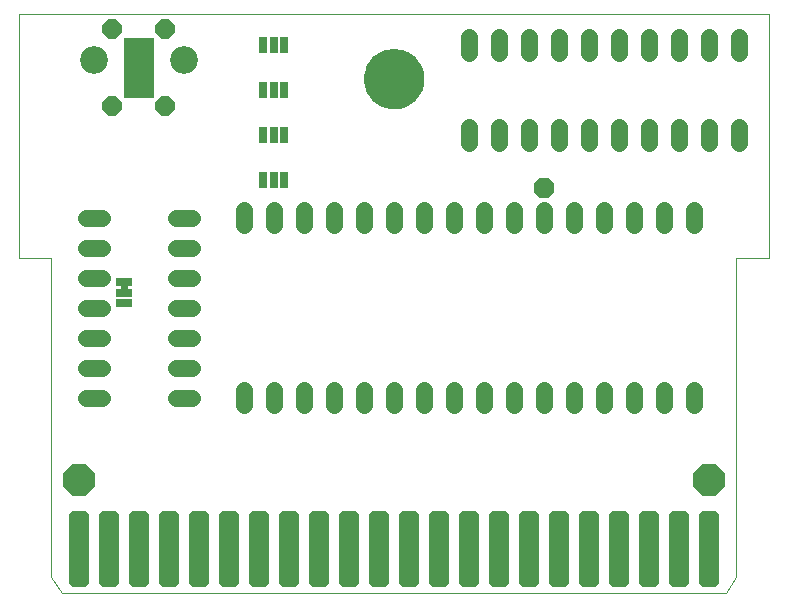
<source format=gbs>
G75*
G70*
%OFA0B0*%
%FSLAX24Y24*%
%IPPOS*%
%LPD*%
%AMOC8*
5,1,8,0,0,1.08239X$1,22.5*
%
%ADD10C,0.0240*%
%ADD11C,0.0320*%
%ADD12C,0.0000*%
%ADD13C,0.2009*%
%ADD14C,0.0560*%
%ADD15R,0.0290X0.0540*%
%ADD16R,0.1040X0.2040*%
%ADD17OC8,0.0640*%
%ADD18OC8,0.0670*%
%ADD19R,0.0540X0.0290*%
%ADD20OC8,0.1040*%
%ADD21C,0.0926*%
D10*
X004000Y010500D02*
X004000Y010750D01*
D11*
X003664Y000837D02*
X003344Y000837D01*
X003344Y003057D01*
X003664Y003057D01*
X003664Y000837D01*
X003664Y001156D02*
X003344Y001156D01*
X003344Y001475D02*
X003664Y001475D01*
X003664Y001794D02*
X003344Y001794D01*
X003344Y002113D02*
X003664Y002113D01*
X003664Y002432D02*
X003344Y002432D01*
X003344Y002751D02*
X003664Y002751D01*
X004344Y000837D02*
X004664Y000837D01*
X004344Y000837D02*
X004344Y003057D01*
X004664Y003057D01*
X004664Y000837D01*
X004664Y001156D02*
X004344Y001156D01*
X004344Y001475D02*
X004664Y001475D01*
X004664Y001794D02*
X004344Y001794D01*
X004344Y002113D02*
X004664Y002113D01*
X004664Y002432D02*
X004344Y002432D01*
X004344Y002751D02*
X004664Y002751D01*
X005344Y000837D02*
X005664Y000837D01*
X005344Y000837D02*
X005344Y003057D01*
X005664Y003057D01*
X005664Y000837D01*
X005664Y001156D02*
X005344Y001156D01*
X005344Y001475D02*
X005664Y001475D01*
X005664Y001794D02*
X005344Y001794D01*
X005344Y002113D02*
X005664Y002113D01*
X005664Y002432D02*
X005344Y002432D01*
X005344Y002751D02*
X005664Y002751D01*
X006344Y000837D02*
X006664Y000837D01*
X006344Y000837D02*
X006344Y003057D01*
X006664Y003057D01*
X006664Y000837D01*
X006664Y001156D02*
X006344Y001156D01*
X006344Y001475D02*
X006664Y001475D01*
X006664Y001794D02*
X006344Y001794D01*
X006344Y002113D02*
X006664Y002113D01*
X006664Y002432D02*
X006344Y002432D01*
X006344Y002751D02*
X006664Y002751D01*
X007344Y000837D02*
X007664Y000837D01*
X007344Y000837D02*
X007344Y003057D01*
X007664Y003057D01*
X007664Y000837D01*
X007664Y001156D02*
X007344Y001156D01*
X007344Y001475D02*
X007664Y001475D01*
X007664Y001794D02*
X007344Y001794D01*
X007344Y002113D02*
X007664Y002113D01*
X007664Y002432D02*
X007344Y002432D01*
X007344Y002751D02*
X007664Y002751D01*
X008344Y000837D02*
X008664Y000837D01*
X008344Y000837D02*
X008344Y003057D01*
X008664Y003057D01*
X008664Y000837D01*
X008664Y001156D02*
X008344Y001156D01*
X008344Y001475D02*
X008664Y001475D01*
X008664Y001794D02*
X008344Y001794D01*
X008344Y002113D02*
X008664Y002113D01*
X008664Y002432D02*
X008344Y002432D01*
X008344Y002751D02*
X008664Y002751D01*
X009344Y000837D02*
X009664Y000837D01*
X009344Y000837D02*
X009344Y003057D01*
X009664Y003057D01*
X009664Y000837D01*
X009664Y001156D02*
X009344Y001156D01*
X009344Y001475D02*
X009664Y001475D01*
X009664Y001794D02*
X009344Y001794D01*
X009344Y002113D02*
X009664Y002113D01*
X009664Y002432D02*
X009344Y002432D01*
X009344Y002751D02*
X009664Y002751D01*
X010344Y000837D02*
X010664Y000837D01*
X010344Y000837D02*
X010344Y003057D01*
X010664Y003057D01*
X010664Y000837D01*
X010664Y001156D02*
X010344Y001156D01*
X010344Y001475D02*
X010664Y001475D01*
X010664Y001794D02*
X010344Y001794D01*
X010344Y002113D02*
X010664Y002113D01*
X010664Y002432D02*
X010344Y002432D01*
X010344Y002751D02*
X010664Y002751D01*
X011344Y000837D02*
X011664Y000837D01*
X011344Y000837D02*
X011344Y003057D01*
X011664Y003057D01*
X011664Y000837D01*
X011664Y001156D02*
X011344Y001156D01*
X011344Y001475D02*
X011664Y001475D01*
X011664Y001794D02*
X011344Y001794D01*
X011344Y002113D02*
X011664Y002113D01*
X011664Y002432D02*
X011344Y002432D01*
X011344Y002751D02*
X011664Y002751D01*
X012344Y000837D02*
X012664Y000837D01*
X012344Y000837D02*
X012344Y003057D01*
X012664Y003057D01*
X012664Y000837D01*
X012664Y001156D02*
X012344Y001156D01*
X012344Y001475D02*
X012664Y001475D01*
X012664Y001794D02*
X012344Y001794D01*
X012344Y002113D02*
X012664Y002113D01*
X012664Y002432D02*
X012344Y002432D01*
X012344Y002751D02*
X012664Y002751D01*
X013344Y000837D02*
X013664Y000837D01*
X013344Y000837D02*
X013344Y003057D01*
X013664Y003057D01*
X013664Y000837D01*
X013664Y001156D02*
X013344Y001156D01*
X013344Y001475D02*
X013664Y001475D01*
X013664Y001794D02*
X013344Y001794D01*
X013344Y002113D02*
X013664Y002113D01*
X013664Y002432D02*
X013344Y002432D01*
X013344Y002751D02*
X013664Y002751D01*
X014344Y000837D02*
X014664Y000837D01*
X014344Y000837D02*
X014344Y003057D01*
X014664Y003057D01*
X014664Y000837D01*
X014664Y001156D02*
X014344Y001156D01*
X014344Y001475D02*
X014664Y001475D01*
X014664Y001794D02*
X014344Y001794D01*
X014344Y002113D02*
X014664Y002113D01*
X014664Y002432D02*
X014344Y002432D01*
X014344Y002751D02*
X014664Y002751D01*
X015344Y000837D02*
X015664Y000837D01*
X015344Y000837D02*
X015344Y003057D01*
X015664Y003057D01*
X015664Y000837D01*
X015664Y001156D02*
X015344Y001156D01*
X015344Y001475D02*
X015664Y001475D01*
X015664Y001794D02*
X015344Y001794D01*
X015344Y002113D02*
X015664Y002113D01*
X015664Y002432D02*
X015344Y002432D01*
X015344Y002751D02*
X015664Y002751D01*
X016344Y000837D02*
X016664Y000837D01*
X016344Y000837D02*
X016344Y003057D01*
X016664Y003057D01*
X016664Y000837D01*
X016664Y001156D02*
X016344Y001156D01*
X016344Y001475D02*
X016664Y001475D01*
X016664Y001794D02*
X016344Y001794D01*
X016344Y002113D02*
X016664Y002113D01*
X016664Y002432D02*
X016344Y002432D01*
X016344Y002751D02*
X016664Y002751D01*
X017344Y000837D02*
X017664Y000837D01*
X017344Y000837D02*
X017344Y003057D01*
X017664Y003057D01*
X017664Y000837D01*
X017664Y001156D02*
X017344Y001156D01*
X017344Y001475D02*
X017664Y001475D01*
X017664Y001794D02*
X017344Y001794D01*
X017344Y002113D02*
X017664Y002113D01*
X017664Y002432D02*
X017344Y002432D01*
X017344Y002751D02*
X017664Y002751D01*
X018344Y000837D02*
X018664Y000837D01*
X018344Y000837D02*
X018344Y003057D01*
X018664Y003057D01*
X018664Y000837D01*
X018664Y001156D02*
X018344Y001156D01*
X018344Y001475D02*
X018664Y001475D01*
X018664Y001794D02*
X018344Y001794D01*
X018344Y002113D02*
X018664Y002113D01*
X018664Y002432D02*
X018344Y002432D01*
X018344Y002751D02*
X018664Y002751D01*
X019344Y000837D02*
X019664Y000837D01*
X019344Y000837D02*
X019344Y003057D01*
X019664Y003057D01*
X019664Y000837D01*
X019664Y001156D02*
X019344Y001156D01*
X019344Y001475D02*
X019664Y001475D01*
X019664Y001794D02*
X019344Y001794D01*
X019344Y002113D02*
X019664Y002113D01*
X019664Y002432D02*
X019344Y002432D01*
X019344Y002751D02*
X019664Y002751D01*
X020344Y000837D02*
X020664Y000837D01*
X020344Y000837D02*
X020344Y003057D01*
X020664Y003057D01*
X020664Y000837D01*
X020664Y001156D02*
X020344Y001156D01*
X020344Y001475D02*
X020664Y001475D01*
X020664Y001794D02*
X020344Y001794D01*
X020344Y002113D02*
X020664Y002113D01*
X020664Y002432D02*
X020344Y002432D01*
X020344Y002751D02*
X020664Y002751D01*
X021344Y000837D02*
X021664Y000837D01*
X021344Y000837D02*
X021344Y003057D01*
X021664Y003057D01*
X021664Y000837D01*
X021664Y001156D02*
X021344Y001156D01*
X021344Y001475D02*
X021664Y001475D01*
X021664Y001794D02*
X021344Y001794D01*
X021344Y002113D02*
X021664Y002113D01*
X021664Y002432D02*
X021344Y002432D01*
X021344Y002751D02*
X021664Y002751D01*
X022344Y000837D02*
X022664Y000837D01*
X022344Y000837D02*
X022344Y003057D01*
X022664Y003057D01*
X022664Y000837D01*
X022664Y001156D02*
X022344Y001156D01*
X022344Y001475D02*
X022664Y001475D01*
X022664Y001794D02*
X022344Y001794D01*
X022344Y002113D02*
X022664Y002113D01*
X022664Y002432D02*
X022344Y002432D01*
X022344Y002751D02*
X022664Y002751D01*
X023344Y000837D02*
X023664Y000837D01*
X023344Y000837D02*
X023344Y003057D01*
X023664Y003057D01*
X023664Y000837D01*
X023664Y001156D02*
X023344Y001156D01*
X023344Y001475D02*
X023664Y001475D01*
X023664Y001794D02*
X023344Y001794D01*
X023344Y002113D02*
X023664Y002113D01*
X023664Y002432D02*
X023344Y002432D01*
X023344Y002751D02*
X023664Y002751D01*
X002664Y000837D02*
X002344Y000837D01*
X002344Y003057D01*
X002664Y003057D01*
X002664Y000837D01*
X002664Y001156D02*
X002344Y001156D01*
X002344Y001475D02*
X002664Y001475D01*
X002664Y001794D02*
X002344Y001794D01*
X002344Y002113D02*
X002664Y002113D01*
X002664Y002432D02*
X002344Y002432D01*
X002344Y002751D02*
X002664Y002751D01*
D12*
X001583Y001012D02*
X001937Y000500D01*
X024063Y000500D01*
X024417Y001012D01*
X024417Y011646D01*
X025500Y011646D01*
X025500Y019791D01*
X000500Y019791D01*
X000500Y011646D01*
X001583Y011646D01*
X001583Y001012D01*
X012016Y017626D02*
X012018Y017688D01*
X012024Y017751D01*
X012034Y017812D01*
X012048Y017873D01*
X012065Y017933D01*
X012086Y017992D01*
X012112Y018049D01*
X012140Y018104D01*
X012172Y018158D01*
X012208Y018209D01*
X012246Y018259D01*
X012288Y018305D01*
X012332Y018349D01*
X012380Y018390D01*
X012429Y018428D01*
X012481Y018462D01*
X012535Y018493D01*
X012591Y018521D01*
X012649Y018545D01*
X012708Y018566D01*
X012768Y018582D01*
X012829Y018595D01*
X012891Y018604D01*
X012953Y018609D01*
X013016Y018610D01*
X013078Y018607D01*
X013140Y018600D01*
X013202Y018589D01*
X013262Y018574D01*
X013322Y018556D01*
X013380Y018534D01*
X013437Y018508D01*
X013492Y018478D01*
X013545Y018445D01*
X013596Y018409D01*
X013644Y018370D01*
X013690Y018327D01*
X013733Y018282D01*
X013773Y018234D01*
X013810Y018184D01*
X013844Y018131D01*
X013875Y018077D01*
X013901Y018021D01*
X013925Y017963D01*
X013944Y017903D01*
X013960Y017843D01*
X013972Y017781D01*
X013980Y017720D01*
X013984Y017657D01*
X013984Y017595D01*
X013980Y017532D01*
X013972Y017471D01*
X013960Y017409D01*
X013944Y017349D01*
X013925Y017289D01*
X013901Y017231D01*
X013875Y017175D01*
X013844Y017121D01*
X013810Y017068D01*
X013773Y017018D01*
X013733Y016970D01*
X013690Y016925D01*
X013644Y016882D01*
X013596Y016843D01*
X013545Y016807D01*
X013492Y016774D01*
X013437Y016744D01*
X013380Y016718D01*
X013322Y016696D01*
X013262Y016678D01*
X013202Y016663D01*
X013140Y016652D01*
X013078Y016645D01*
X013016Y016642D01*
X012953Y016643D01*
X012891Y016648D01*
X012829Y016657D01*
X012768Y016670D01*
X012708Y016686D01*
X012649Y016707D01*
X012591Y016731D01*
X012535Y016759D01*
X012481Y016790D01*
X012429Y016824D01*
X012380Y016862D01*
X012332Y016903D01*
X012288Y016947D01*
X012246Y016993D01*
X012208Y017043D01*
X012172Y017094D01*
X012140Y017148D01*
X012112Y017203D01*
X012086Y017260D01*
X012065Y017319D01*
X012048Y017379D01*
X012034Y017440D01*
X012024Y017501D01*
X012018Y017564D01*
X012016Y017626D01*
D13*
X013000Y017626D03*
D14*
X015500Y018490D02*
X015500Y019010D01*
X016500Y019010D02*
X016500Y018490D01*
X017500Y018490D02*
X017500Y019010D01*
X018500Y019010D02*
X018500Y018490D01*
X019500Y018490D02*
X019500Y019010D01*
X020500Y019010D02*
X020500Y018490D01*
X021500Y018490D02*
X021500Y019010D01*
X022500Y019010D02*
X022500Y018490D01*
X023500Y018490D02*
X023500Y019010D01*
X024500Y019010D02*
X024500Y018490D01*
X024500Y016010D02*
X024500Y015490D01*
X023500Y015490D02*
X023500Y016010D01*
X022500Y016010D02*
X022500Y015490D01*
X021500Y015490D02*
X021500Y016010D01*
X020500Y016010D02*
X020500Y015490D01*
X019500Y015490D02*
X019500Y016010D01*
X018500Y016010D02*
X018500Y015490D01*
X017500Y015490D02*
X017500Y016010D01*
X016500Y016010D02*
X016500Y015490D01*
X015500Y015490D02*
X015500Y016010D01*
X015000Y013260D02*
X015000Y012740D01*
X014000Y012740D02*
X014000Y013260D01*
X013000Y013260D02*
X013000Y012740D01*
X012000Y012740D02*
X012000Y013260D01*
X011000Y013260D02*
X011000Y012740D01*
X010000Y012740D02*
X010000Y013260D01*
X009000Y013260D02*
X009000Y012740D01*
X008000Y012740D02*
X008000Y013260D01*
X006260Y013000D02*
X005740Y013000D01*
X005740Y012000D02*
X006260Y012000D01*
X006260Y011000D02*
X005740Y011000D01*
X005740Y010000D02*
X006260Y010000D01*
X006260Y009000D02*
X005740Y009000D01*
X005740Y008000D02*
X006260Y008000D01*
X006260Y007000D02*
X005740Y007000D01*
X008000Y006740D02*
X008000Y007260D01*
X009000Y007260D02*
X009000Y006740D01*
X010000Y006740D02*
X010000Y007260D01*
X011000Y007260D02*
X011000Y006740D01*
X012000Y006740D02*
X012000Y007260D01*
X013000Y007260D02*
X013000Y006740D01*
X014000Y006740D02*
X014000Y007260D01*
X015000Y007260D02*
X015000Y006740D01*
X016000Y006740D02*
X016000Y007260D01*
X017000Y007260D02*
X017000Y006740D01*
X018000Y006740D02*
X018000Y007260D01*
X019000Y007260D02*
X019000Y006740D01*
X020000Y006740D02*
X020000Y007260D01*
X021000Y007260D02*
X021000Y006740D01*
X022000Y006740D02*
X022000Y007260D01*
X023000Y007260D02*
X023000Y006740D01*
X023000Y012740D02*
X023000Y013260D01*
X022000Y013260D02*
X022000Y012740D01*
X021000Y012740D02*
X021000Y013260D01*
X020000Y013260D02*
X020000Y012740D01*
X019000Y012740D02*
X019000Y013260D01*
X018000Y013260D02*
X018000Y012740D01*
X017000Y012740D02*
X017000Y013260D01*
X016000Y013260D02*
X016000Y012740D01*
X003260Y013000D02*
X002740Y013000D01*
X002740Y012000D02*
X003260Y012000D01*
X003260Y011000D02*
X002740Y011000D01*
X002740Y010000D02*
X003260Y010000D01*
X003260Y009000D02*
X002740Y009000D01*
X002740Y008000D02*
X003260Y008000D01*
X003260Y007000D02*
X002740Y007000D01*
D15*
X008650Y014250D03*
X009000Y014250D03*
X009350Y014250D03*
X009350Y015750D03*
X009000Y015750D03*
X008650Y015750D03*
X008650Y017250D03*
X009000Y017250D03*
X009350Y017250D03*
X009350Y018750D03*
X009000Y018750D03*
X008650Y018750D03*
D16*
X004500Y018000D03*
D17*
X003614Y016720D03*
X005386Y016720D03*
X005386Y019280D03*
X003614Y019280D03*
D18*
X018000Y014000D03*
D19*
X004000Y010850D03*
X004000Y010500D03*
X004000Y010150D03*
D20*
X002500Y004250D03*
X023500Y004250D03*
D21*
X006000Y018250D03*
X003000Y018250D03*
M02*

</source>
